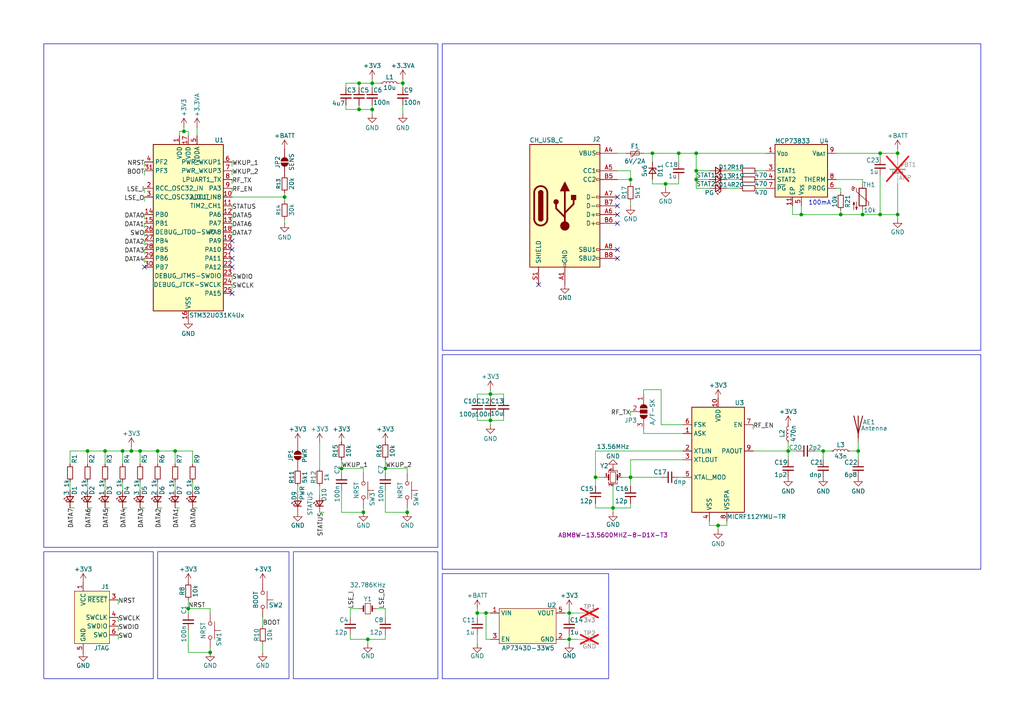
<source format=kicad_sch>
(kicad_sch (version 20250114) (generator "eeschema") (generator_version "9.0")
  (paper "A4")
  (rectangle (start 85.09 160.02) (end 127 196.85))
  (rectangle (start 128.27 166.37) (end 176.53 196.85))
  (rectangle (start 45.72 160.02) (end 83.82 196.85))
  (rectangle (start 12.7 160.02) (end 44.45 196.85))
  (rectangle (start 128.27 102.87) (end 284.48 165.1))
  (rectangle (start 12.7 12.7) (end 127 158.75))
  (rectangle (start 128.27 12.7) (end 284.48 101.6))
  (text "100mA" (at 237.744 58.928 0) (effects (font (size 1.27 1.27))))
  (junction (at 45.72 130.81))
  (junction (at 248.92 130.81))
  (junction (at 182.88 52.07))
  (junction (at 25.4 130.81))
  (junction (at 232.41 62.23))
  (junction (at 250.19 62.23))
  (junction (at 208.28 152.4))
  (junction (at 30.48 130.81))
  (junction (at 172.72 138.43))
  (junction (at 140.97 177.8))
  (junction (at 260.35 44.45))
  (junction (at 201.93 52.07))
  (junction (at 104.14 31.75))
  (junction (at 193.04 53.34))
  (junction (at 50.8 130.81))
  (junction (at 38.1 130.81))
  (junction (at 142.24 121.92))
  (junction (at 99.06 135.89))
  (junction (at 105.41 148.59))
  (junction (at 228.6 130.81))
  (junction (at 177.8 147.32))
  (junction (at 60.96 189.23))
  (junction (at 107.95 31.75))
  (junction (at 260.35 62.23))
  (junction (at 104.14 24.13))
  (junction (at 196.85 44.45))
  (junction (at 53.34 38.1))
  (junction (at 189.23 44.45))
  (junction (at 201.93 44.45))
  (junction (at 165.1 177.8))
  (junction (at 165.1 185.42))
  (junction (at 35.56 130.81))
  (junction (at 243.84 62.23))
  (junction (at 142.24 114.3))
  (junction (at 255.27 62.23))
  (junction (at 182.88 138.43))
  (junction (at 54.61 176.53))
  (junction (at 82.55 57.15))
  (junction (at 106.68 185.42))
  (junction (at 40.64 130.81))
  (junction (at 238.76 130.81))
  (junction (at 255.27 44.45))
  (junction (at 111.76 135.89))
  (junction (at 138.43 177.8))
  (junction (at 116.84 24.13))
  (junction (at 107.95 24.13))
  (junction (at 201.93 49.53))
  (junction (at 118.11 148.59))
  (no_connect (at 179.07 72.39))
  (no_connect (at 156.21 82.55))
  (no_connect (at 67.31 85.09))
  (no_connect (at 67.31 77.47))
  (no_connect (at 179.07 57.15))
  (no_connect (at 67.31 72.39))
  (no_connect (at 67.31 69.85))
  (no_connect (at 179.07 74.93))
  (no_connect (at 179.07 59.69))
  (no_connect (at 179.07 62.23))
  (no_connect (at 41.91 77.47))
  (no_connect (at 67.31 74.93))
  (no_connect (at 179.07 64.77))
  (wire (pts (xy 107.95 24.13) (xy 110.49 24.13)))
  (wire (pts (xy 40.64 130.81) (xy 40.64 134.62)))
  (wire (pts (xy 46.99 147.32) (xy 45.72 147.32)))
  (wire (pts (xy 201.93 44.45) (xy 222.25 44.45)))
  (wire (pts (xy 54.61 176.53) (xy 54.61 177.8)))
  (wire (pts (xy 55.88 130.81) (xy 55.88 134.62)))
  (wire (pts (xy 60.96 176.53) (xy 60.96 177.8)))
  (wire (pts (xy 30.48 130.81) (xy 30.48 134.62)))
  (wire (pts (xy 163.83 177.8) (xy 165.1 177.8)))
  (wire (pts (xy 196.85 44.45) (xy 201.93 44.45)))
  (wire (pts (xy 34.29 182.88) (xy 34.29 181.61)))
  (wire (pts (xy 177.8 148.59) (xy 177.8 147.32)))
  (wire (pts (xy 111.76 135.89) (xy 111.76 137.16)))
  (wire (pts (xy 138.43 177.8) (xy 138.43 179.07)))
  (wire (pts (xy 104.14 30.48) (xy 104.14 31.75)))
  (wire (pts (xy 116.84 24.13) (xy 115.57 24.13)))
  (wire (pts (xy 41.91 68.58) (xy 41.91 67.31)))
  (wire (pts (xy 189.23 53.34) (xy 189.23 52.07)))
  (wire (pts (xy 208.28 152.4) (xy 210.82 152.4)))
  (wire (pts (xy 52.07 147.32) (xy 50.8 147.32)))
  (wire (pts (xy 111.76 148.59) (xy 118.11 148.59)))
  (wire (pts (xy 140.97 177.8) (xy 140.97 185.42)))
  (wire (pts (xy 40.64 139.7) (xy 40.64 142.24)))
  (wire (pts (xy 111.76 176.53) (xy 111.76 179.07)))
  (wire (pts (xy 218.44 130.81) (xy 228.6 130.81)))
  (wire (pts (xy 146.05 120.65) (xy 146.05 121.92)))
  (wire (pts (xy 107.95 22.86) (xy 107.95 24.13)))
  (wire (pts (xy 50.8 139.7) (xy 50.8 142.24)))
  (wire (pts (xy 172.72 146.05) (xy 172.72 147.32)))
  (wire (pts (xy 106.68 185.42) (xy 111.76 185.42)))
  (wire (pts (xy 242.57 44.45) (xy 255.27 44.45)))
  (wire (pts (xy 116.84 33.02) (xy 116.84 30.48)))
  (wire (pts (xy 196.85 138.43) (xy 198.12 138.43)))
  (wire (pts (xy 38.1 129.54) (xy 38.1 130.81)))
  (wire (pts (xy 140.97 177.8) (xy 138.43 177.8)))
  (wire (pts (xy 76.2 186.69) (xy 76.2 189.23)))
  (wire (pts (xy 25.4 130.81) (xy 30.48 130.81)))
  (wire (pts (xy 67.31 81.28) (xy 67.31 80.01)))
  (wire (pts (xy 208.28 152.4) (xy 208.28 153.67)))
  (wire (pts (xy 111.76 135.89) (xy 118.11 135.89)))
  (wire (pts (xy 142.24 114.3) (xy 142.24 115.57)))
  (wire (pts (xy 246.38 130.81) (xy 248.92 130.81)))
  (wire (pts (xy 242.57 54.61) (xy 243.84 54.61)))
  (wire (pts (xy 107.95 31.75) (xy 104.14 31.75)))
  (wire (pts (xy 82.55 55.88) (xy 82.55 57.15)))
  (wire (pts (xy 41.91 55.88) (xy 41.91 54.61)))
  (wire (pts (xy 182.88 133.35) (xy 198.12 133.35)))
  (wire (pts (xy 172.72 140.97) (xy 172.72 138.43)))
  (wire (pts (xy 67.31 60.96) (xy 67.31 59.69)))
  (wire (pts (xy 186.69 124.46) (xy 186.69 125.73)))
  (wire (pts (xy 167.64 185.42) (xy 165.1 185.42)))
  (wire (pts (xy 177.8 140.97) (xy 177.8 147.32)))
  (wire (pts (xy 142.24 177.8) (xy 140.97 177.8)))
  (wire (pts (xy 182.88 138.43) (xy 182.88 140.97)))
  (wire (pts (xy 35.56 130.81) (xy 38.1 130.81)))
  (wire (pts (xy 106.68 186.69) (xy 106.68 185.42)))
  (wire (pts (xy 67.31 83.82) (xy 67.31 82.55)))
  (wire (pts (xy 30.48 130.81) (xy 35.56 130.81)))
  (wire (pts (xy 116.84 22.86) (xy 116.84 24.13)))
  (wire (pts (xy 179.07 44.45) (xy 181.61 44.45)))
  (wire (pts (xy 20.32 130.81) (xy 25.4 130.81)))
  (wire (pts (xy 228.6 130.81) (xy 228.6 133.35)))
  (wire (pts (xy 20.32 139.7) (xy 20.32 142.24)))
  (wire (pts (xy 172.72 130.81) (xy 198.12 130.81)))
  (wire (pts (xy 52.07 38.1) (xy 52.07 39.37)))
  (wire (pts (xy 142.24 123.19) (xy 142.24 121.92)))
  (wire (pts (xy 38.1 130.81) (xy 40.64 130.81)))
  (wire (pts (xy 189.23 44.45) (xy 189.23 46.99)))
  (wire (pts (xy 219.71 52.07) (xy 222.25 52.07)))
  (wire (pts (xy 20.32 130.81) (xy 20.32 134.62)))
  (wire (pts (xy 210.82 49.53) (xy 214.63 49.53)))
  (wire (pts (xy 45.72 130.81) (xy 45.72 134.62)))
  (wire (pts (xy 255.27 44.45) (xy 255.27 45.72)))
  (wire (pts (xy 45.72 139.7) (xy 45.72 142.24)))
  (wire (pts (xy 260.35 44.45) (xy 260.35 45.72)))
  (wire (pts (xy 21.59 147.32) (xy 20.32 147.32)))
  (wire (pts (xy 34.29 185.42) (xy 34.29 184.15)))
  (wire (pts (xy 104.14 24.13) (xy 100.33 24.13)))
  (wire (pts (xy 210.82 54.61) (xy 214.63 54.61)))
  (wire (pts (xy 67.31 48.26) (xy 67.31 46.99)))
  (wire (pts (xy 92.71 128.27) (xy 92.71 135.89)))
  (wire (pts (xy 34.29 175.26) (xy 34.29 173.99)))
  (wire (pts (xy 189.23 53.34) (xy 193.04 53.34)))
  (wire (pts (xy 182.88 53.34) (xy 182.88 52.07)))
  (wire (pts (xy 40.64 130.81) (xy 45.72 130.81)))
  (wire (pts (xy 41.91 66.04) (xy 41.91 64.77)))
  (wire (pts (xy 138.43 121.92) (xy 142.24 121.92)))
  (wire (pts (xy 50.8 130.81) (xy 50.8 134.62)))
  (wire (pts (xy 172.72 147.32) (xy 177.8 147.32)))
  (wire (pts (xy 243.84 62.23) (xy 243.84 60.96)))
  (wire (pts (xy 146.05 114.3) (xy 146.05 115.57)))
  (wire (pts (xy 210.82 52.07) (xy 214.63 52.07)))
  (wire (pts (xy 55.88 139.7) (xy 55.88 142.24)))
  (wire (pts (xy 41.91 147.32) (xy 40.64 147.32)))
  (wire (pts (xy 41.91 71.12) (xy 41.91 69.85)))
  (wire (pts (xy 57.15 147.32) (xy 55.88 147.32)))
  (wire (pts (xy 186.69 125.73) (xy 198.12 125.73)))
  (wire (pts (xy 111.76 133.35) (xy 111.76 135.89)))
  (wire (pts (xy 180.34 138.43) (xy 182.88 138.43)))
  (wire (pts (xy 101.6 179.07) (xy 101.6 176.53)))
  (wire (pts (xy 41.91 63.5) (xy 41.91 62.23)))
  (wire (pts (xy 172.72 138.43) (xy 175.26 138.43)))
  (wire (pts (xy 255.27 44.45) (xy 260.35 44.45)))
  (wire (pts (xy 67.31 55.88) (xy 67.31 54.61)))
  (wire (pts (xy 250.19 60.96) (xy 250.19 62.23)))
  (wire (pts (xy 116.84 24.13) (xy 116.84 25.4)))
  (wire (pts (xy 196.85 53.34) (xy 196.85 52.07)))
  (wire (pts (xy 201.93 49.53) (xy 201.93 52.07)))
  (wire (pts (xy 218.44 124.46) (xy 218.44 123.19)))
  (wire (pts (xy 182.88 59.69) (xy 182.88 58.42)))
  (wire (pts (xy 191.77 113.03) (xy 191.77 123.19)))
  (wire (pts (xy 142.24 120.65) (xy 142.24 121.92)))
  (wire (pts (xy 93.98 148.59) (xy 92.71 148.59)))
  (wire (pts (xy 57.15 36.83) (xy 57.15 39.37)))
  (wire (pts (xy 250.19 52.07) (xy 250.19 53.34)))
  (wire (pts (xy 248.92 128.27) (xy 248.92 130.81)))
  (wire (pts (xy 54.61 176.53) (xy 60.96 176.53)))
  (wire (pts (xy 118.11 135.89) (xy 118.11 137.16)))
  (wire (pts (xy 236.22 130.81) (xy 238.76 130.81)))
  (wire (pts (xy 35.56 139.7) (xy 35.56 142.24)))
  (wire (pts (xy 138.43 114.3) (xy 138.43 115.57)))
  (wire (pts (xy 191.77 123.19) (xy 198.12 123.19)))
  (wire (pts (xy 138.43 184.15) (xy 138.43 186.69)))
  (wire (pts (xy 172.72 138.43) (xy 172.72 130.81)))
  (wire (pts (xy 30.48 139.7) (xy 30.48 142.24)))
  (wire (pts (xy 260.35 53.34) (xy 260.35 62.23)))
  (wire (pts (xy 140.97 185.42) (xy 142.24 185.42)))
  (wire (pts (xy 196.85 46.99) (xy 196.85 44.45)))
  (wire (pts (xy 100.33 30.48) (xy 100.33 31.75)))
  (wire (pts (xy 193.04 54.61) (xy 193.04 53.34)))
  (wire (pts (xy 67.31 50.8) (xy 67.31 49.53)))
  (wire (pts (xy 118.11 148.59) (xy 118.11 147.32)))
  (wire (pts (xy 111.76 148.59) (xy 111.76 142.24)))
  (wire (pts (xy 238.76 130.81) (xy 241.3 130.81)))
  (wire (pts (xy 67.31 57.15) (xy 82.55 57.15)))
  (wire (pts (xy 201.93 54.61) (xy 205.74 54.61)))
  (wire (pts (xy 201.93 52.07) (xy 201.93 54.61)))
  (wire (pts (xy 260.35 43.18) (xy 260.35 44.45)))
  (wire (pts (xy 138.43 114.3) (xy 142.24 114.3)))
  (wire (pts (xy 142.24 121.92) (xy 146.05 121.92)))
  (wire (pts (xy 228.6 130.81) (xy 231.14 130.81)))
  (wire (pts (xy 186.69 113.03) (xy 186.69 114.3)))
  (wire (pts (xy 36.83 147.32) (xy 35.56 147.32)))
  (wire (pts (xy 186.69 113.03) (xy 191.77 113.03)))
  (wire (pts (xy 107.95 33.02) (xy 107.95 31.75)))
  (wire (pts (xy 25.4 130.81) (xy 25.4 134.62)))
  (wire (pts (xy 182.88 138.43) (xy 191.77 138.43)))
  (wire (pts (xy 201.93 52.07) (xy 205.74 52.07)))
  (wire (pts (xy 138.43 121.92) (xy 138.43 120.65)))
  (wire (pts (xy 53.34 38.1) (xy 54.61 38.1)))
  (wire (pts (xy 210.82 152.4) (xy 210.82 151.13)))
  (wire (pts (xy 35.56 130.81) (xy 35.56 134.62)))
  (wire (pts (xy 167.64 177.8) (xy 165.1 177.8)))
  (wire (pts (xy 104.14 31.75) (xy 100.33 31.75)))
  (wire (pts (xy 138.43 176.53) (xy 138.43 177.8)))
  (wire (pts (xy 99.06 135.89) (xy 99.06 137.16)))
  (wire (pts (xy 229.87 62.23) (xy 232.41 62.23)))
  (wire (pts (xy 92.71 140.97) (xy 92.71 143.51)))
  (wire (pts (xy 142.24 113.03) (xy 142.24 114.3)))
  (wire (pts (xy 100.33 24.13) (xy 100.33 25.4)))
  (wire (pts (xy 41.91 73.66) (xy 41.91 72.39)))
  (wire (pts (xy 99.06 135.89) (xy 105.41 135.89)))
  (wire (pts (xy 189.23 44.45) (xy 196.85 44.45)))
  (wire (pts (xy 67.31 68.58) (xy 67.31 67.31)))
  (wire (pts (xy 182.88 120.65) (xy 182.88 119.38)))
  (wire (pts (xy 105.41 148.59) (xy 105.41 147.32)))
  (wire (pts (xy 260.35 62.23) (xy 255.27 62.23)))
  (wire (pts (xy 219.71 49.53) (xy 222.25 49.53)))
  (wire (pts (xy 99.06 133.35) (xy 99.06 135.89)))
  (wire (pts (xy 67.31 66.04) (xy 67.31 64.77)))
  (wire (pts (xy 255.27 50.8) (xy 255.27 62.23)))
  (wire (pts (xy 25.4 139.7) (xy 25.4 142.24)))
  (wire (pts (xy 248.92 130.81) (xy 248.92 133.35)))
  (wire (pts (xy 107.95 24.13) (xy 107.95 25.4)))
  (wire (pts (xy 26.67 147.32) (xy 25.4 147.32)))
  (wire (pts (xy 111.76 185.42) (xy 111.76 184.15)))
  (wire (pts (xy 104.14 24.13) (xy 104.14 25.4)))
  (wire (pts (xy 243.84 54.61) (xy 243.84 55.88)))
  (wire (pts (xy 54.61 38.1) (xy 54.61 39.37)))
  (wire (pts (xy 165.1 186.69) (xy 165.1 185.42)))
  (wire (pts (xy 67.31 53.34) (xy 67.31 52.07)))
  (wire (pts (xy 82.55 57.15) (xy 82.55 58.42)))
  (wire (pts (xy 99.06 148.59) (xy 105.41 148.59)))
  (wire (pts (xy 76.2 179.07) (xy 76.2 181.61)))
  (wire (pts (xy 186.69 44.45) (xy 189.23 44.45)))
  (wire (pts (xy 177.8 147.32) (xy 182.88 147.32)))
  (wire (pts (xy 53.34 38.1) (xy 53.34 36.83)))
  (wire (pts (xy 255.27 62.23) (xy 250.19 62.23)))
  (wire (pts (xy 54.61 173.99) (xy 54.61 176.53)))
  (wire (pts (xy 165.1 176.53) (xy 165.1 177.8)))
  (wire (pts (xy 205.74 151.13) (xy 205.74 152.4)))
  (wire (pts (xy 201.93 44.45) (xy 201.93 49.53)))
  (wire (pts (xy 50.8 130.81) (xy 55.88 130.81)))
  (wire (pts (xy 201.93 49.53) (xy 205.74 49.53)))
  (wire (pts (xy 228.6 128.27) (xy 228.6 130.81)))
  (wire (pts (xy 232.41 59.69) (xy 232.41 62.23)))
  (wire (pts (xy 105.41 135.89) (xy 105.41 137.16)))
  (wire (pts (xy 179.07 49.53) (xy 182.88 49.53)))
  (wire (pts (xy 31.75 147.32) (xy 30.48 147.32)))
  (wire (pts (xy 54.61 189.23) (xy 60.96 189.23)))
  (wire (pts (xy 99.06 148.59) (xy 99.06 142.24)))
  (wire (pts (xy 182.88 52.07) (xy 182.88 49.53)))
  (wire (pts (xy 182.88 147.32) (xy 182.88 146.05)))
  (wire (pts (xy 196.85 53.34) (xy 193.04 53.34)))
  (wire (pts (xy 109.22 176.53) (xy 111.76 176.53)))
  (wire (pts (xy 219.71 54.61) (xy 222.25 54.61)))
  (wire (pts (xy 41.91 50.8) (xy 41.91 49.53)))
  (wire (pts (xy 101.6 184.15) (xy 101.6 185.42)))
  (wire (pts (xy 107.95 31.75) (xy 107.95 30.48)))
  (wire (pts (xy 242.57 52.07) (xy 250.19 52.07)))
  (wire (pts (xy 60.96 189.23) (xy 60.96 187.96)))
  (wire (pts (xy 250.19 62.23) (xy 243.84 62.23)))
  (wire (pts (xy 41.91 58.42) (xy 41.91 57.15)))
  (wire (pts (xy 205.74 152.4) (xy 208.28 152.4)))
  (wire (pts (xy 86.36 140.97) (xy 86.36 143.51)))
  (wire (pts (xy 82.55 64.77) (xy 82.55 63.5)))
  (wire (pts (xy 101.6 176.53) (xy 104.14 176.53)))
  (wire (pts (xy 229.87 59.69) (xy 229.87 62.23)))
  (wire (pts (xy 52.07 38.1) (xy 53.34 38.1)))
  (wire (pts (xy 101.6 185.42) (xy 106.68 185.42)))
  (wire (pts (xy 41.91 48.26) (xy 41.91 46.99)))
  (wire (pts (xy 107.95 24.13) (xy 104.14 24.13)))
  (wire (pts (xy 45.72 130.81) (xy 50.8 130.81)))
  (wire (pts (xy 142.24 114.3) (xy 146.05 114.3)))
  (wire (pts (xy 41.91 76.2) (xy 41.91 74.93)))
  (wire (pts (xy 238.76 130.81) (xy 238.76 133.35)))
  (wire (pts (xy 165.1 184.15) (xy 165.1 185.42)))
  (wire (pts (xy 165.1 177.8) (xy 165.1 179.07)))
  (wire (pts (xy 182.88 138.43) (xy 182.88 133.35)))
  (wire (pts (xy 179.07 52.07) (xy 182.88 52.07)))
  (wire (pts (xy 165.1 185.42) (xy 163.83 185.42)))
  (wire (pts (xy 54.61 189.23) (xy 54.61 182.88)))
  (wire (pts (xy 67.31 63.5) (xy 67.31 62.23)))
  (wire (pts (xy 243.84 62.23) (xy 232.41 62.23)))
  (wire (pts (xy 34.29 180.34) (xy 34.29 179.07)))
  (wire (pts (xy 260.35 63.5) (xy 260.35 62.23)))
  (label "DATA3" (at 41.91 147.32 270))
  (label "RF_EN" (at 218.44 124.46 0))
  (label "BOOT" (at 41.91 50.8 180))
  (label "STATUS" (at 93.98 148.59 270))
  (label "SWDIO" (at 67.31 81.28 0))
  (label "RF_EN" (at 67.31 55.88 0))
  (label "DATA7" (at 21.59 147.32 270))
  (label "DATA0" (at 57.15 147.32 270))
  (label "DATA6" (at 67.31 66.04 0))
  (label "NRST" (at 34.29 175.26 0))
  (label "WKUP_2" (at 111.76 135.89 0))
  (label "WKUP_1" (at 99.06 135.89 0))
  (label "LSE_I" (at 102.87 176.53 90))
  (label "DATA7" (at 67.31 68.58 0))
  (label "STATUS" (at 67.31 60.96 0))
  (label "DATA3" (at 41.91 73.66 180))
  (label "RF_TX" (at 67.31 53.34 0))
  (label "DATA6" (at 26.67 147.32 270))
  (label "DATA4" (at 36.83 147.32 270))
  (label "LSE_O" (at 41.91 58.42 180))
  (label "DATA1" (at 41.91 66.04 180))
  (label "DATA1" (at 52.07 147.32 270))
  (label "SWCLK" (at 34.29 180.34 0))
  (label "SWO" (at 34.29 185.42 0))
  (label "DATA5" (at 31.75 147.32 270))
  (label "DATA2" (at 41.91 71.12 180))
  (label "LSE_O" (at 111.76 176.53 90))
  (label "LSE_I" (at 41.91 55.88 180))
  (label "NRST" (at 54.61 176.53 0))
  (label "DATA2" (at 46.99 147.32 270))
  (label "DATA0" (at 41.91 63.5 180))
  (label "SWCLK" (at 67.31 83.82 0))
  (label "DATA5" (at 67.31 63.5 0))
  (label "WKUP_1" (at 67.31 48.26 0))
  (label "WKUP_2" (at 67.31 50.8 0))
  (label "BOOT" (at 76.2 181.61 0))
  (label "NRST" (at 41.91 48.26 180))
  (label "SWO" (at 41.91 68.58 180))
  (label "DATA4" (at 41.91 76.2 180))
  (label "RF_TX" (at 182.88 120.65 180))
  (label "SWDIO" (at 34.29 182.88 0))
  (symbol (lib_id "Marijn:MICRF112YMU-TR") (at 208.28 133.35 0) (unit 1)
    (property "Reference" "U3" (at 213.106 116.84 0) (effects (justify left)))
    (property "Value" "MICRF112YMU-TR" (at 210.82 149.86 0) (effects (justify left)))
    (property "Footprint" "Package_DFN_QFN:DFN-10-1EP_2.6x2.6mm_P0.5mm_EP1.3x2.2mm" (effects (hide yes)))
    (property "Datasheet" "http://ww1.microchip.com/downloads/en/DeviceDoc/MICRF112.pdf" (effects (hide yes)))
    (property "Description" "ASK/FSK Transmitter, 1.8-3.6V, 300-450MHz, +10dBm, MSOP-10" (effects (hide yes)))
  )
  (symbol (lib_id "power:GND") (at 138.43 186.69 0) (unit 1)
    (property "Reference" "#PWR026" (effects (hide yes)))
    (property "Value" "GND" (at 138.43 190.246 0))
    (property "Description" "Power symbol creates a global label with name \"GND\" , ground" (effects (hide yes)))
  )
  (symbol (lib_id "Device:C_Small") (at 233.68 130.81 90) (unit 1)
    (property "Reference" "C20" (at 232.664 129.794 90) (effects (justify left)))
    (property "Value" "2p2" (at 238.252 129.794 90) (effects (justify left)))
    (property "Footprint" "Capacitor_SMD:C_0603_1608Metric" (effects (hide yes)))
    (property "Description" "Unpolarized capacitor, small symbol" (effects (hide yes)))
  )
  (symbol (lib_id "power:GND") (at 86.36 148.59 0) (unit 1)
    (property "Reference" "#PWR012" (effects (hide yes)))
    (property "Value" "GND" (at 86.36 152.4 0))
    (property "Description" "Power symbol creates a global label with name \"GND\" , ground" (effects (hide yes)))
  )
  (symbol (lib_id "power:GND") (at 260.35 63.5 0) (unit 1)
    (property "Reference" "#PWR043" (effects (hide yes)))
    (property "Value" "GND" (at 260.35 67.31 0))
    (property "Description" "Power symbol creates a global label with name \"GND\" , ground" (effects (hide yes)))
  )
  (symbol (lib_id "Device:R_Small") (at 50.8 137.16 180) (unit 1)
    (property "Reference" "R7" (at 52.07 133.096 90))
    (property "Value" "1k" (at 49.784 140.208 90))
    (property "Footprint" "Resistor_SMD:R_0603_1608Metric" (effects (hide yes)))
    (property "Description" "Resistor, small symbol" (effects (hide yes)))
  )
  (symbol (lib_id "power:GND") (at 106.68 186.69 0) (unit 1)
    (property "Reference" "#PWR018" (effects (hide yes)))
    (property "Value" "GND" (at 106.68 190.246 0))
    (property "Description" "Power symbol creates a global label with name \"GND\" , ground" (effects (hide yes)))
  )
  (symbol (lib_id "Device:C_Small") (at 182.88 143.51 180) (unit 1)
    (property "Reference" "C16" (at 182.372 141.732 0) (effects (justify left)))
    (property "Value" "12p" (at 182.118 145.288 0) (effects (justify left)))
    (property "Footprint" "Capacitor_SMD:C_0603_1608Metric" (effects (hide yes)))
    (property "Description" "Unpolarized capacitor, small symbol" (effects (hide yes)))
  )
  (symbol (lib_id "power:GND") (at 208.28 153.67 0) (unit 1)
    (property "Reference" "#PWR037" (effects (hide yes)))
    (property "Value" "GND" (at 208.28 157.734 0))
    (property "Description" "Power symbol creates a global label with name \"GND\" , ground" (effects (hide yes)))
  )
  (symbol (lib_id "Device:LED_Small") (at 20.32 144.78 90) (unit 1)
    (property "Reference" "D1" (at 21.59 142.24 0))
    (property "Value" "3" (at 19.304 143.002 0))
    (property "Footprint" "LED_SMD:LED_0603_1608Metric" (effects (hide yes)))
    (property "Description" "BLUE" (effects (hide yes)))
    (property "mouser" " 710-150060AS75000" (effects (hide yes)))
  )
  (symbol (lib_id "Device:R_Small") (at 20.32 137.16 180) (unit 1)
    (property "Reference" "R1" (at 21.59 133.096 90))
    (property "Value" "1k" (at 19.304 140.208 90))
    (property "Footprint" "Resistor_SMD:R_0603_1608Metric" (effects (hide yes)))
    (property "Description" "Resistor, small symbol" (effects (hide yes)))
  )
  (symbol (lib_id "Device:LED_Small") (at 208.28 52.07 180) (unit 1)
    (property "Reference" "D13" (at 210.312 51.054 0))
    (property "Value" "STAT2" (at 204.724 53.34 0))
    (property "Footprint" "LED_SMD:LED_0603_1608Metric" (effects (hide yes)))
    (property "Description" "AMBER" (effects (hide yes)))
    (property "mouser" " 710-150060AS75000" (effects (hide yes)))
  )
  (symbol (lib_id "Device:C_Small") (at 172.72 143.51 180) (unit 1)
    (property "Reference" "C15" (at 172.212 141.732 0) (effects (justify left)))
    (property "Value" "12p" (at 171.958 145.288 0) (effects (justify left)))
    (property "Footprint" "Capacitor_SMD:C_0603_1608Metric" (effects (hide yes)))
    (property "Description" "Unpolarized capacitor, small symbol" (effects (hide yes)))
  )
  (symbol (lib_id "power:GND") (at 116.84 33.02 0) (unit 1)
    (property "Reference" "#PWR023" (effects (hide yes)))
    (property "Value" "GND" (at 116.84 37.084 0))
    (property "Description" "Power symbol creates a global label with name \"GND\" , ground" (effects (hide yes)))
  )
  (symbol (lib_id "Device:R_Small") (at 182.88 55.88 0) (unit 1)
    (property "Reference" "R17" (at 181.102 55.88 90))
    (property "Value" "5k1" (at 184.912 55.88 90))
    (property "Footprint" "Resistor_SMD:R_0603_1608Metric" (effects (hide yes)))
    (property "Description" "Resistor, small symbol" (effects (hide yes)))
    (property "LCSC" "C23186" (effects (hide yes)))
    (property "mouser" " 791-WR06X4700FTL" (effects (hide yes)))
  )
  (symbol (lib_id "power:+3V3") (at 24.13 168.91 0) (unit 1)
    (property "Reference" "#PWR01" (effects (hide yes)))
    (property "Value" "+3V3" (at 24.13 165.1 0))
    (property "Description" "Power symbol creates a global label with name \"+3V3\"" (effects (hide yes)))
  )
  (symbol (lib_id "Device:LED_Small") (at 50.8 144.78 90) (unit 1)
    (property "Reference" "D7" (at 52.07 142.24 0))
    (property "Value" "1" (at 49.784 143.002 0))
    (property "Footprint" "LED_SMD:LED_0603_1608Metric" (effects (hide yes)))
    (property "Description" "BLUE" (effects (hide yes)))
    (property "mouser" " 710-150060AS75000" (effects (hide yes)))
  )
  (symbol (lib_id "power:GND") (at 24.13 189.23 0) (unit 1)
    (property "Reference" "#PWR02" (effects (hide yes)))
    (property "Value" "GND" (at 24.13 193.04 0))
    (property "Description" "Power symbol creates a global label with name \"GND\" , ground" (effects (hide yes)))
  )
  (symbol (lib_id "Device:R_Small") (at 111.76 130.81 180) (unit 1)
    (property "Reference" "R16" (at 109.982 130.81 90))
    (property "Value" "10k" (at 113.792 130.81 90))
    (property "Footprint" "Resistor_SMD:R_0603_1608Metric" (effects (hide yes)))
    (property "Description" "Resistor, small symbol" (effects (hide yes)))
  )
  (symbol (lib_id "Device:R_Small") (at 92.71 138.43 180) (unit 1)
    (property "Reference" "R12" (at 90.932 138.43 90))
    (property "Value" "1k" (at 94.742 138.43 90))
    (property "Footprint" "Resistor_SMD:R_0603_1608Metric" (effects (hide yes)))
    (property "Description" "Resistor, small symbol" (effects (hide yes)))
  )
  (symbol (lib_id "power:+3V3") (at 228.6 123.19 0) (mirror y) (unit 1)
    (property "Reference" "#PWR038" (effects (hide yes)))
    (property "Value" "+3V3" (at 228.6 119.38 0))
    (property "Description" "Power symbol creates a global label with name \"+3V3\"" (effects (hide yes)))
  )
  (symbol (lib_id "Device:R_Small") (at 243.84 58.42 180) (unit 1)
    (property "Reference" "R21" (at 245.872 58.42 90))
    (property "Value" "10k" (at 242.062 58.42 90))
    (property "Footprint" "Resistor_SMD:R_0603_1608Metric" (effects (hide yes)))
    (property "Description" "Resistor, small symbol" (effects (hide yes)))
    (property "LCSC" "C23186" (effects (hide yes)))
    (property "mouser" " 71-CRCW060310K0FKED" (effects (hide yes)))
  )
  (symbol (lib_id "Switch:SW_Push") (at 76.2 173.99 270) (unit 1)
    (property "Reference" "SW2" (at 80.01 175.514 90))
    (property "Value" "BOOT" (at 74.168 173.99 0))
    (property "Footprint" "Button_Switch_SMD:SW_SPST_PTS810" (effects (hide yes)))
    (property "Description" "Push button switch, generic, two pins" (effects (hide yes)))
    (property "LCSC" "C2681476" (effects (hide yes)))
  )
  (symbol (lib_id "Device:R_Small") (at 217.17 52.07 270) (unit 1)
    (property "Reference" "R19" (at 213.868 51.054 90))
    (property "Value" "470" (at 220.726 53.34 90))
    (property "Footprint" "Resistor_SMD:R_0603_1608Metric" (effects (hide yes)))
    (property "Description" "Resistor, small symbol" (effects (hide yes)))
    (property "LCSC" "C23186" (effects (hide yes)))
    (property "mouser" " 791-WR06X4700FTL" (effects (hide yes)))
  )
  (symbol (lib_id "power:+3V3") (at 53.34 36.83 0) (unit 1)
    (property "Reference" "#PWR04" (effects (hide yes)))
    (property "Value" "+3V3" (at 53.34 31.242 90))
    (property "Description" "Power symbol creates a global label with name \"+3V3\"" (effects (hide yes)))
  )
  (symbol (lib_id "Device:C_Small") (at 248.92 135.89 0) (unit 1)
    (property "Reference" "C22" (at 244.856 134.112 0) (effects (justify left)))
    (property "Value" "6p8" (at 244.856 137.668 0) (effects (justify left)))
    (property "Footprint" "Capacitor_SMD:C_0603_1608Metric" (effects (hide yes)))
    (property "Description" "Unpolarized capacitor, small symbol" (effects (hide yes)))
  )
  (symbol (lib_id "power:GND") (at 54.61 92.71 0) (unit 1)
    (property "Reference" "#PWR05" (effects (hide yes)))
    (property "Value" "GND" (at 54.61 96.774 0))
    (property "Description" "Power symbol creates a global label with name \"GND\" , ground" (effects (hide yes)))
  )
  (symbol (lib_id "Device:R_Small") (at 99.06 130.81 180) (unit 1)
    (property "Reference" "R15" (at 97.282 130.81 90))
    (property "Value" "10k" (at 101.092 130.81 90))
    (property "Footprint" "Resistor_SMD:R_0603_1608Metric" (effects (hide yes)))
    (property "Description" "Resistor, small symbol" (effects (hide yes)))
  )
  (symbol (lib_id "Device:Battery_Cell") (at 260.35 50.8 0) (unit 1) (dnp yes)
    (property "Reference" "BT1" (at 262.128 47.752 0) (effects (justify left)))
    (property "Value" "APP" (at 260.604 51.562 0) (effects (justify left)))
    (property "Footprint" "Connector_PinHeader_2.54mm:PinHeader_1x02_P2.54mm_Vertical" (effects (hide yes)))
    (property "Description" "Single-cell battery" (effects (hide yes)))
  )
  (symbol (lib_id "Device:LED_Small") (at 25.4 144.78 90) (unit 1)
    (property "Reference" "D2" (at 26.67 142.24 0))
    (property "Value" "2" (at 24.384 143.002 0))
    (property "Footprint" "LED_SMD:LED_0603_1608Metric" (effects (hide yes)))
    (property "Description" "BLUE" (effects (hide yes)))
    (property "mouser" " 710-150060AS75000" (effects (hide yes)))
  )
  (symbol (lib_id "power:+3V3") (at 54.61 168.91 0) (mirror y) (unit 1)
    (property "Reference" "#PWR06" (effects (hide yes)))
    (property "Value" "+3V3" (at 54.61 165.1 0))
    (property "Description" "Power symbol creates a global label with name \"+3V3\"" (effects (hide yes)))
  )
  (symbol (lib_id "power:GND") (at 238.76 138.43 0) (unit 1)
    (property "Reference" "#PWR040" (effects (hide yes)))
    (property "Value" "GND" (at 238.76 142.494 0))
    (property "Description" "Power symbol creates a global label with name \"GND\" , ground" (effects (hide yes)))
  )
  (symbol (lib_id "Device:L_Small") (at 113.03 24.13 90) (unit 1)
    (property "Reference" "L1" (at 113.03 22.352 90))
    (property "Value" "10u" (at 113.03 25.4 90))
    (property "Footprint" "Inductor_SMD:L_0805_2012Metric" (effects (hide yes)))
    (property "Description" "Inductor, small symbol" (effects (hide yes)))
  )
  (symbol (lib_id "power:+3V3") (at 38.1 129.54 0) (mirror y) (unit 1)
    (property "Reference" "#PWR03" (effects (hide yes)))
    (property "Value" "+3V3" (at 38.1 125.73 0))
    (property "Description" "Power symbol creates a global label with name \"+3V3\"" (effects (hide yes)))
  )
  (symbol (lib_id "Device:C_Small") (at 54.61 180.34 180) (unit 1)
    (property "Reference" "C1" (at 53.34 175.514 90) (effects (justify left)))
    (property "Value" "100n" (at 53.34 181.356 90) (effects (justify left)))
    (property "Footprint" "Capacitor_SMD:C_0603_1608Metric" (effects (hide yes)))
    (property "Description" "Unpolarized capacitor, small symbol" (effects (hide yes)))
  )
  (symbol (lib_id "Jumper:SolderJumper_2_Open") (at 86.36 132.08 90) (unit 1) (in_bom no)
    (property "Reference" "JP1" (at 84.328 130.302 0) (effects (justify right)))
    (property "Value" "PWR" (at 88.392 130.048 0) (effects (justify right)))
    (property "Footprint" "Jumper:SolderJumper-2_P1.3mm_Open_TrianglePad1.0x1.5mm" (effects (hide yes)))
    (property "Description" "Solder Jumper, 2-pole, open" (effects (hide yes)))
  )
  (symbol (lib_id "Device:Polyfuse_Small") (at 184.15 44.45 90) (unit 1)
    (property "Reference" "F1" (at 184.15 42.418 90))
    (property "Value" "6V/2A" (at 184.15 46.736 90))
    (property "Footprint" "Fuse:Fuse_1206_3216Metric" (effects (hide yes)))
    (property "Description" "Resettable fuse, polymeric positive temperature coefficient, small symbol" (effects (hide yes)))
    (property "mouser" "504-PTS18126V260" (effects (hide yes)))
  )
  (symbol (lib_id "Jumper:SolderJumper_2_Open") (at 82.55 46.99 90) (unit 1) (in_bom no)
    (property "Reference" "JP2" (at 80.518 45.212 0) (effects (justify right)))
    (property "Value" "SENS" (at 84.582 44.45 0) (effects (justify right)))
    (property "Footprint" "Jumper:SolderJumper-2_P1.3mm_Open_TrianglePad1.0x1.5mm" (effects (hide yes)))
    (property "Description" "Solder Jumper, 2-pole, open" (effects (hide yes)))
  )
  (symbol (lib_id "Device:C_Small") (at 238.76 135.89 0) (unit 1)
    (property "Reference" "C21" (at 234.95 134.112 0) (effects (justify left)))
    (property "Value" "dnp" (at 234.696 137.668 0) (effects (justify left)))
    (property "Footprint" "Capacitor_SMD:C_0603_1608Metric" (effects (hide yes)))
    (property "Description" "Unpolarized capacitor, small symbol" (effects (hide yes)))
  )
  (symbol (lib_id "Device:C_Small") (at 101.6 181.61 180) (unit 1)
    (property "Reference" "C4" (at 101.092 179.832 0) (effects (justify left)))
    (property "Value" "12p" (at 100.838 183.388 0) (effects (justify left)))
    (property "Footprint" "Capacitor_SMD:C_0603_1608Metric" (effects (hide yes)))
    (property "Description" "Unpolarized capacitor, small symbol" (effects (hide yes)))
  )
  (symbol (lib_id "power:GND") (at 165.1 186.69 0) (unit 1)
    (property "Reference" "#PWR031" (effects (hide yes)))
    (property "Value" "GND" (at 165.1 190.246 0))
    (property "Description" "Power symbol creates a global label with name \"GND\" , ground" (effects (hide yes)))
  )
  (symbol (lib_id "Device:R_Small") (at 35.56 137.16 180) (unit 1)
    (property "Reference" "R4" (at 36.83 133.096 90))
    (property "Value" "1k" (at 34.544 140.208 90))
    (property "Footprint" "Resistor_SMD:R_0603_1608Metric" (effects (hide yes)))
    (property "Description" "Resistor, small symbol" (effects (hide yes)))
  )
  (symbol (lib_id "Device:R_Small") (at 40.64 137.16 180) (unit 1)
    (property "Reference" "R5" (at 41.91 133.096 90))
    (property "Value" "1k" (at 39.624 140.208 90))
    (property "Footprint" "Resistor_SMD:R_0603_1608Metric" (effects (hide yes)))
    (property "Description" "Resistor, small symbol" (effects (hide yes)))
  )
  (symbol (lib_id "MCU_ST_STM32U0:STM32U031K4Ux") (at 54.61 67.31 0) (unit 1)
    (property "Reference" "U1" (at 62.23 40.64 0) (effects (justify left)))
    (property "Value" "STM32U031K4Ux" (at 54.864 91.44 0) (effects (justify left)))
    (property "Footprint" "Package_DFN_QFN:QFN-32-1EP_5x5mm_P0.5mm_EP3.45x3.45mm" (effects (hide yes)))
    (property "Datasheet" "https://www.st.com/resource/en/datasheet/stm32u031k4.pdf" (effects (hide yes)))
    (property "Description" "STMicroelectronics Arm Cortex-M0+ MCU, 16KB flash, 12KB RAM, 27 GPIO, UFQFPN32" (effects (hide yes)))
    (pin "2" (alternate "RCC_OSC32_IN"))
    (pin "24" (alternate "DEBUG_JTCK-SWCLK"))
    (pin "10" (alternate "ADC1_IN8"))
    (pin "26" (alternate "DEBUG_JTDO-SWO"))
    (pin "6" (alternate "PWR_WKUP1"))
    (pin "11" (alternate "TIM2_CH1"))
    (pin "23" (alternate "DEBUG_JTMS-SWDIO"))
    (pin "8" (alternate "LPUART1_TX"))
    (pin "7" (alternate "PWR_WKUP3"))
    (pin "3" (alternate "RCC_OSC32_OUT"))
  )
  (symbol (lib_id "Device:C_Small") (at 228.6 135.89 0) (unit 1)
    (property "Reference" "C19" (at 224.536 134.112 0) (effects (justify left)))
    (property "Value" "1p2" (at 224.536 137.668 0) (effects (justify left)))
    (property "Footprint" "Capacitor_SMD:C_0603_1608Metric" (effects (hide yes)))
    (property "Description" "Unpolarized capacitor, small symbol" (effects (hide yes)))
  )
  (symbol (lib_id "Device:C_Small") (at 100.33 27.94 0) (unit 1)
    (property "Reference" "C3" (at 100.584 26.162 0) (effects (justify left)))
    (property "Value" "4u7" (at 96.266 29.972 0) (effects (justify left)))
    (property "Footprint" "Capacitor_SMD:C_0603_1608Metric" (effects (hide yes)))
    (property "Description" "Unpolarized capacitor, small symbol" (effects (hide yes)))
  )
  (symbol (lib_id "Device:R_Small") (at 45.72 137.16 180) (unit 1)
    (property "Reference" "R6" (at 46.99 133.096 90))
    (property "Value" "1k" (at 44.704 140.208 90))
    (property "Footprint" "Resistor_SMD:R_0603_1608Metric" (effects (hide yes)))
    (property "Description" "Resistor, small symbol" (effects (hide yes)))
  )
  (symbol (lib_id "power:+3V3") (at 142.24 113.03 0) (mirror y) (unit 1)
    (property "Reference" "#PWR027" (effects (hide yes)))
    (property "Value" "+3V3" (at 142.24 109.22 0))
    (property "Description" "Power symbol creates a global label with name \"+3V3\"" (effects (hide yes)))
  )
  (symbol (lib_id "Device:R_Small") (at 86.36 138.43 180) (unit 1)
    (property "Reference" "R11" (at 84.582 138.43 90))
    (property "Value" "5k1" (at 88.392 138.43 90))
    (property "Footprint" "Resistor_SMD:R_0603_1608Metric" (effects (hide yes)))
    (property "Description" "Resistor, small symbol" (effects (hide yes)))
  )
  (symbol (lib_id "power:+3.3VA") (at 116.84 22.86 0) (unit 1)
    (property "Reference" "#PWR022" (effects (hide yes)))
    (property "Value" "+3.3VA" (at 116.84 19.05 0))
    (property "Description" "Power symbol creates a global label with name \"+3.3VA\"" (effects (hide yes)))
  )
  (symbol (lib_id "power:GND") (at 163.83 82.55 0) (unit 1)
    (property "Reference" "#PWR029" (effects (hide yes)))
    (property "Value" "GND" (at 163.83 86.36 0))
    (property "Description" "Power symbol creates a global label with name \"GND\" , ground" (effects (hide yes)))
  )
  (symbol (lib_id "power:GND") (at 248.92 138.43 0) (unit 1)
    (property "Reference" "#PWR041" (effects (hide yes)))
    (property "Value" "GND" (at 248.92 142.494 0))
    (property "Description" "Power symbol creates a global label with name \"GND\" , ground" (effects (hide yes)))
  )
  (symbol (lib_id "Device:LED_Small") (at 55.88 144.78 90) (unit 1)
    (property "Reference" "D8" (at 57.15 142.24 0))
    (property "Value" "0" (at 54.864 143.002 0))
    (property "Footprint" "LED_SMD:LED_0603_1608Metric" (effects (hide yes)))
    (property "Description" "BLUE" (effects (hide yes)))
    (property "mouser" " 710-150060AS75000" (effects (hide yes)))
  )
  (symbol (lib_id "power:GND") (at 60.96 189.23 0) (unit 1)
    (property "Reference" "#PWR08" (effects (hide yes)))
    (property "Value" "GND" (at 60.96 193.04 0))
    (property "Description" "Power symbol creates a global label with name \"GND\" , ground" (effects (hide yes)))
  )
  (symbol (lib_name "R_Small_2") (lib_id "Device:R_Small") (at 82.55 53.34 0) (unit 1)
    (property "Reference" "R13" (at 80.772 54.864 90) (effects (font (size 1.016 1.016)) (justify left)))
    (property "Value" "20k" (at 84.582 55.118 90) (effects (justify left)))
    (property "Footprint" "Resistor_SMD:R_0603_1608Metric" (effects (hide yes)))
    (property "Description" "Resistor, small symbol" (effects (hide yes)))
  )
  (symbol (lib_id "Device:C_Small") (at 138.43 181.61 180) (unit 1)
    (property "Reference" "C11" (at 137.922 179.832 0) (effects (justify left)))
    (property "Value" "1u" (at 137.668 183.388 0) (effects (justify left)))
    (property "Footprint" "Capacitor_SMD:C_0603_1608Metric" (effects (hide yes)))
    (property "Description" "Unpolarized capacitor, small symbol" (effects (hide yes)))
  )
  (symbol (lib_id "power:+3V3") (at 165.1 176.53 0) (mirror y) (unit 1)
    (property "Reference" "#PWR030" (effects (hide yes)))
    (property "Value" "+3V3" (at 165.1 172.72 0))
    (property "Description" "Power symbol creates a global label with name \"+3V3\"" (effects (hide yes)))
  )
  (symbol (lib_id "Connector:TestPoint") (at 167.64 177.8 270) (unit 1) (dnp yes)
    (property "Reference" "TP1" (at 169.164 176.022 90) (effects (justify left)))
    (property "Value" "3v3" (at 169.164 179.832 90) (effects (justify left)))
    (property "Footprint" "TestPoint:TestPoint_Pad_D1.5mm" (effects (hide yes)))
    (property "Description" "test point" (effects (hide yes)))
  )
  (symbol (lib_id "Jumper:SolderJumper_3_Open") (at 186.69 119.38 270) (unit 1) (in_bom no)
    (property "Reference" "JP3" (at 181.102 121.92 90) (effects (justify left)))
    (property "Value" "A/F-SK" (at 189.23 115.57 0) (effects (justify left)))
    (property "Footprint" "Jumper:SolderJumper-3_P2.0mm_Open_TrianglePad1.0x1.5mm_NumberLabels" (effects (hide yes)))
    (property "Description" "Solder Jumper, 3-pole, open" (effects (hide yes)))
  )
  (symbol (lib_id "power:GND") (at 177.8 135.89 180) (unit 1)
    (property "Reference" "#PWR032" (effects (hide yes)))
    (property "Value" "GND" (at 177.8 132.334 0))
    (property "Description" "Power symbol creates a global label with name \"GND\" , ground" (effects (hide yes)))
  )
  (symbol (lib_id "Device:C_Small") (at 111.76 139.7 180) (unit 1)
    (property "Reference" "C7" (at 110.49 134.874 90) (effects (justify left)))
    (property "Value" "100n" (at 110.49 140.716 90) (effects (justify left)))
    (property "Footprint" "Capacitor_SMD:C_0603_1608Metric" (effects (hide yes)))
    (property "Description" "Unpolarized capacitor, small symbol" (effects (hide yes)))
  )
  (symbol (lib_id "power:+BATT") (at 82.55 43.18 0) (unit 1)
    (property "Reference" "#PWR014" (effects (hide yes)))
    (property "Value" "+BATT" (at 82.55 39.37 0))
    (property "Description" "Power symbol creates a global label with name \"+BATT\"" (effects (hide yes)))
  )
  (symbol (lib_id "Device:R_Small") (at 217.17 49.53 270) (unit 1)
    (property "Reference" "R18" (at 213.868 48.514 90))
    (property "Value" "470" (at 220.726 50.8 90))
    (property "Footprint" "Resistor_SMD:R_0603_1608Metric" (effects (hide yes)))
    (property "Description" "Resistor, small symbol" (effects (hide yes)))
    (property "LCSC" "C23186" (effects (hide yes)))
    (property "mouser" " 791-WR06X4700FTL" (effects (hide yes)))
  )
  (symbol (lib_id "Marijn:AP7343D-33W5") (at 161.29 176.53 0) (unit 1)
    (property "Reference" "U2" (at 160.02 175.514 0))
    (property "Value" "AP7343D-33W5" (at 153.162 187.96 0))
    (property "Footprint" "Marijn:SOT-25" (effects (hide yes)))
    (property "Datasheet" "https://stm32-base.org/assets/pdf/regulators/AP7343.pdf" (effects (hide yes)))
    (property "Description" "5v -> 3v3" (effects (hide yes)))
  )
  (symbol (lib_id "power:GND") (at 193.04 54.61 0) (unit 1)
    (property "Reference" "#PWR035" (effects (hide yes)))
    (property "Value" "GND" (at 193.04 58.42 0))
    (property "Description" "Power symbol creates a global label with name \"GND\" , ground" (effects (hide yes)))
  )
  (symbol (lib_id "Battery_Management:MCP73833-xxx-MF") (at 232.41 49.53 0) (unit 1)
    (property "Reference" "U4" (at 239.014 40.894 0))
    (property "Value" "MCP73833" (at 229.87 40.894 0))
    (property "Footprint" "Package_DFN_QFN:DFN-10-1EP_3x3mm_P0.5mm_EP1.58x2.35mm" (effects (hide yes)))
    (property "Datasheet" "https://ww1.microchip.com/downloads/aemDocuments/documents/OTH/ProductDocuments/DataSheets/22005b.pdf" (effects (hide yes)))
    (property "Description" "Stand-Alone Linear Li-Ion / Li-Polymer Charge Management Controller, DFN-10" (effects (hide yes)))
    (property "mouser" " 579-MCP73833T-AMI/MF" (effects (hide yes)))
  )
  (symbol (lib_id "Device:L_Small") (at 243.84 130.81 90) (unit 1)
    (property "Reference" "L3" (at 243.84 129.032 90))
    (property "Value" "43n" (at 243.84 132.334 90))
    (property "Footprint" "Inductor_SMD:L_0805_2012Metric" (effects (hide yes)))
    (property "Description" "Inductor, small symbol" (effects (hide yes)))
  )
  (symbol (lib_id "Device:Crystal_GND24_Small") (at 177.8 138.43 0) (unit 1)
    (property "Reference" "Y2" (at 175.26 135.128 0))
    (property "Value" "13.56MHz" (at 177.8 129.54 0))
    (property "Footprint" "Crystal:Crystal_SMD_3225-4Pin_3.2x2.5mm" (effects (hide yes)))
    (property "Description" "ABM8W-13.5600MHZ-8-D1X-T3" (at 177.8 155.194 0))
  )
  (symbol (lib_id "Device:LED_Small") (at 40.64 144.78 90) (unit 1)
    (property "Reference" "D5" (at 41.91 142.24 0))
    (property "Value" "3" (at 39.624 143.002 0))
    (property "Footprint" "LED_SMD:LED_0603_1608Metric" (effects (hide yes)))
    (property "Description" "BLUE" (effects (hide yes)))
    (property "mouser" " 710-150060AS75000" (effects (hide yes)))
  )
  (symbol (lib_id "Device:R_Small") (at 30.48 137.16 180) (unit 1)
    (property "Reference" "R3" (at 31.75 133.096 90))
    (property "Value" "1k" (at 29.464 140.208 90))
    (property "Footprint" "Resistor_SMD:R_0603_1608Metric" (effects (hide yes)))
    (property "Description" "Resistor, small symbol" (effects (hide yes)))
  )
  (symbol (lib_id "power:GND") (at 107.95 33.02 0) (unit 1)
    (property "Reference" "#PWR020" (effects (hide yes)))
    (property "Value" "GND" (at 107.95 37.084 0))
    (property "Description" "Power symbol creates a global label with name \"GND\" , ground" (effects (hide yes)))
  )
  (symbol (lib_id "power:GND") (at 228.6 138.43 0) (unit 1)
    (property "Reference" "#PWR039" (effects (hide yes)))
    (property "Value" "GND" (at 228.6 142.494 0))
    (property "Description" "Power symbol creates a global label with name \"GND\" , ground" (effects (hide yes)))
  )
  (symbol (lib_id "Device:C_Small") (at 146.05 118.11 0) (unit 1)
    (property "Reference" "C13" (at 142.24 116.332 0) (effects (justify left)))
    (property "Value" "10u" (at 142.24 119.888 0) (effects (justify left)))
    (property "Footprint" "Capacitor_SMD:C_0603_1608Metric" (effects (hide yes)))
    (property "Description" "Unpolarized capacitor, small symbol" (effects (hide yes)))
  )
  (symbol (lib_id "Device:C_Small") (at 104.14 27.94 0) (unit 1)
    (property "Reference" "C5" (at 104.394 26.162 0) (effects (justify left)))
    (property "Value" "100n" (effects (hide yes)))
    (property "Footprint" "Capacitor_SMD:C_0603_1608Metric" (effects (hide yes)))
    (property "Description" "Unpolarized capacitor, small symbol" (effects (hide yes)))
  )
  (symbol (lib_id "power:+BATT") (at 260.35 43.18 0) (unit 1)
    (property "Reference" "#PWR042" (effects (hide yes)))
    (property "Value" "+BATT" (at 260.35 39.37 0))
    (property "Description" "Power symbol creates a global label with name \"+BATT\"" (effects (hide yes)))
  )
  (symbol (lib_id "Device:R_Small") (at 25.4 137.16 180) (unit 1)
    (property "Reference" "R2" (at 26.67 133.096 90))
    (property "Value" "1k" (at 24.384 140.208 90))
    (property "Footprint" "Resistor_SMD:R_0603_1608Metric" (effects (hide yes)))
    (property "Description" "Resistor, small symbol" (effects (hide yes)))
  )
  (symbol (lib_id "Device:Thermistor_NTC") (at 250.19 57.15 0) (unit 1)
    (property "Reference" "TH1" (at 250.19 53.594 0) (effects (justify left)))
    (property "Value" "10k" (at 250.444 60.96 0) (effects (justify left)))
    (property "Footprint" "Resistor_SMD:R_0603_1608Metric" (effects (hide yes)))
    (property "Description" "Temperature dependent resistor, negative temperature coefficient" (effects (hide yes)))
    (property "mouser" " 667-ERT-J1VR103J" (effects (hide yes)))
  )
  (symbol (lib_id "Device:L_Small") (at 228.6 125.73 180) (unit 1)
    (property "Reference" "L2" (at 226.822 125.73 90))
    (property "Value" "470n" (at 230.124 125.73 90))
    (property "Footprint" "Inductor_SMD:L_0805_2012Metric" (effects (hide yes)))
    (property "Description" "Inductor, small symbol" (effects (hide yes)))
  )
  (symbol (lib_id "Connector:TestPoint") (at 167.64 185.42 270) (unit 1) (dnp yes)
    (property "Reference" "TP2" (at 169.164 183.642 90) (effects (justify left)))
    (property "Value" "GND" (at 168.91 187.452 90) (effects (justify left)))
    (property "Footprint" "TestPoint:TestPoint_Pad_D1.5mm" (effects (hide yes)))
    (property "Description" "test point" (effects (hide yes)))
  )
  (symbol (lib_id "Device:C_Small") (at 107.95 27.94 0) (unit 1)
    (property "Reference" "C6" (at 108.204 26.162 0) (effects (justify left)))
    (property "Value" "100n" (at 108.204 29.718 0) (effects (justify left)))
    (property "Footprint" "Capacitor_SMD:C_0603_1608Metric" (effects (hide yes)))
    (property "Description" "Unpolarized capacitor, small symbol" (effects (hide yes)))
  )
  (symbol (lib_id "power:+BATT") (at 138.43 176.53 0) (unit 1)
    (property "Reference" "#PWR025" (effects (hide yes)))
    (property "Value" "+BATT" (at 138.43 172.72 0))
    (property "Description" "Power symbol creates a global label with name \"+BATT\"" (effects (hide yes)))
  )
  (symbol (lib_id "Switch:SW_Push") (at 60.96 182.88 270) (unit 1)
    (property "Reference" "SW1" (at 63.5 185.42 0))
    (property "Value" "NRST" (at 58.928 182.88 0))
    (property "Footprint" "Button_Switch_SMD:SW_SPST_PTS810" (effects (hide yes)))
    (property "Description" "Push button switch, generic, two pins" (effects (hide yes)))
    (property "LCSC" "C2681476" (effects (hide yes)))
  )
  (symbol (lib_id "Device:LED_Small") (at 92.71 146.05 90) (unit 1)
    (property "Reference" "D10" (at 93.98 143.51 0))
    (property "Value" "STATUS" (at 89.916 146.05 0))
    (property "Footprint" "LED_SMD:LED_0603_1608Metric" (effects (hide yes)))
    (property "Description" "BLUE" (effects (hide yes)))
    (property "mouser" " 710-150060AS75000" (effects (hide yes)))
  )
  (symbol (lib_id "power:+3V3") (at 107.95 22.86 0) (unit 1)
    (property "Reference" "#PWR019" (effects (hide yes)))
    (property "Value" "+3V3" (at 107.95 19.05 0))
    (property "Description" "Power symbol creates a global label with name \"+3V3\"" (effects (hide yes)))
  )
  (symbol (lib_id "power:+3V3") (at 76.2 168.91 0) (mirror y) (unit 1)
    (property "Reference" "#PWR09" (effects (hide yes)))
    (property "Value" "+3V3" (at 76.2 165.1 0))
    (property "Description" "Power symbol creates a global label with name \"+3V3\"" (effects (hide yes)))
  )
  (symbol (lib_id "Device:C_Small") (at 165.1 181.61 180) (unit 1)
    (property "Reference" "C14" (at 169.164 179.832 0) (effects (justify left)))
    (property "Value" "1u" (at 167.894 183.388 0) (effects (justify left)))
    (property "Footprint" "Capacitor_SMD:C_0603_1608Metric" (effects (hide yes)))
    (property "Description" "Unpolarized capacitor, small symbol" (effects (hide yes)))
  )
  (symbol (lib_id "Device:C_Small") (at 194.31 138.43 270) (unit 1)
    (property "Reference" "C17" (at 189.484 136.906 90) (effects (justify left)))
    (property "Value" "dnp" (at 195.326 139.7 90) (effects (justify left)))
    (property "Footprint" "Capacitor_SMD:C_0603_1608Metric" (effects (hide yes)))
    (property "Description" "Unpolarized capacitor, small symbol" (effects (hide yes)))
  )
  (symbol (lib_id "power:+3V3") (at 208.28 115.57 0) (mirror y) (unit 1)
    (property "Reference" "#PWR036" (effects (hide yes)))
    (property "Value" "+3V3" (at 208.28 111.76 0))
    (property "Description" "Power symbol creates a global label with name \"+3V3\"" (effects (hide yes)))
  )
  (symbol (lib_id "power:GND") (at 118.11 148.59 0) (unit 1)
    (property "Reference" "#PWR024" (effects (hide yes)))
    (property "Value" "GND" (at 118.11 152.4 0))
    (property "Description" "Power symbol creates a global label with name \"GND\" , ground" (effects (hide yes)))
  )
  (symbol (lib_id "Device:R_Small") (at 217.17 54.61 270) (unit 1)
    (property "Reference" "R20" (at 213.868 53.594 90))
    (property "Value" "470" (at 220.726 55.88 90))
    (property "Footprint" "Resistor_SMD:R_0603_1608Metric" (effects (hide yes)))
    (property "Description" "Resistor, small symbol" (effects (hide yes)))
    (property "LCSC" "C23186" (effects (hide yes)))
    (property "mouser" " 791-WR06X4700FTL" (effects (hide yes)))
  )
  (symbol (lib_id "Device:LED_Small") (at 208.28 49.53 180) (unit 1)
    (property "Reference" "D12" (at 210.312 48.514 0))
    (property "Value" "STAT1" (at 204.724 50.8 0))
    (property "Footprint" "LED_SMD:LED_0603_1608Metric" (effects (hide yes)))
    (property "Description" "AMBER" (effects (hide yes)))
    (property "mouser" " 710-150060AS75000" (effects (hide yes)))
  )
  (symbol (lib_id "Device:D_Zener_Small") (at 189.23 49.53 270) (unit 1)
    (property "Reference" "D11" (at 191.516 47.498 0) (effects (justify left)))
    (property "Value" "5v6" (at 186.944 47.752 0) (effects (justify left)))
    (property "Footprint" "Diode_SMD:D_SOD-123" (effects (hide yes)))
    (property "Description" "Zener diode, small symbol" (effects (hide yes)))
    (property "mouser" " 78-BZT52C5V6-E3-08" (effects (hide yes)))
  )
  (symbol (lib_id "power:GND") (at 177.8 148.59 0) (unit 1)
    (property "Reference" "#PWR033" (effects (hide yes)))
    (property "Value" "GND" (at 177.8 152.146 0))
    (property "Description" "Power symbol creates a global label with name \"GND\" , ground" (effects (hide yes)))
  )
  (symbol (lib_name "R_Small_2") (lib_id "Device:R_Small") (at 82.55 60.96 0) (unit 1)
    (property "Reference" "R14" (at 80.772 62.484 90) (effects (font (size 1.016 1.016)) (justify left)))
    (property "Value" "30k" (at 84.582 62.738 90) (effects (justify left)))
    (property "Footprint" "Resistor_SMD:R_0603_1608Metric" (effects (hide yes)))
    (property "Description" "Resistor, small symbol" (effects (hide yes)))
  )
  (symbol (lib_id "power:+3V3") (at 111.76 128.27 0) (mirror y) (unit 1)
    (property "Reference" "#PWR021" (effects (hide yes)))
    (property "Value" "+3V3" (at 111.76 124.46 0))
    (property "Description" "Power symbol creates a global label with name \"+3V3\"" (effects (hide yes)))
  )
  (symbol (lib_id "Device:R_Small") (at 55.88 137.16 180) (unit 1)
    (property "Reference" "R9" (at 57.15 133.096 90))
    (property "Value" "1k" (at 54.864 140.208 90))
    (property "Footprint" "Resistor_SMD:R_0603_1608Metric" (effects (hide yes)))
    (property "Description" "Resistor, small symbol" (effects (hide yes)))
  )
  (symbol (lib_id "power:+3V3") (at 92.71 128.27 0) (mirror y) (unit 1)
    (property "Reference" "#PWR013" (effects (hide yes)))
    (property "Value" "+3V3" (at 92.71 124.46 0))
    (property "Description" "Power symbol creates a global label with name \"+3V3\"" (effects (hide yes)))
  )
  (symbol (lib_id "Device:C_Small") (at 196.85 49.53 0) (unit 1)
    (property "Reference" "C18" (at 192.786 47.752 0) (effects (justify left)))
    (property "Value" "1u" (at 193.802 51.054 0) (effects (justify left)))
    (property "Footprint" "Capacitor_SMD:C_0603_1608Metric" (effects (hide yes)))
    (property "Description" "Unpolarized capacitor, small symbol" (effects (hide yes)))
    (property "mouser" " 963-MLAST168SB7105KT" (effects (hide yes)))
  )
  (symbol (lib_id "Switch:SW_Push") (at 118.11 142.24 270) (unit 1)
    (property "Reference" "SW4" (at 120.65 144.78 0))
    (property "Value" "NRST" (at 116.078 142.24 0))
    (property "Footprint" "Button_Switch_SMD:SW_SPST_PTS810" (effects (hide yes)))
    (property "Description" "Push button switch, generic, two pins" (effects (hide yes)))
    (property "LCSC" "C2681476" (effects (hide yes)))
  )
  (symbol (lib_id "Connector:Conn_ARM_SWD_TagConnect_TC2030") (at 26.67 179.07 0) (unit 1) (in_bom no)
    (property "Reference" "J1" (at 31.75 170.18 0) (effects (justify right)))
    (property "Value" "JTAG" (at 31.75 187.96 0) (effects (justify right)))
    (property "Footprint" "Connector:Tag-Connect_TC2030-IDC-FP_2x03_P1.27mm_Vertical" (effects (hide yes)))
    (property "Datasheet" "https://www.tag-connect.com/wp-content/uploads/bsk-pdf-manager/TC2030-CTX_1.pdf" (effects (hide yes)))
    (property "Description" "Tag-Connect ARM Cortex SWD JTAG connector, 6 pin" (effects (hide yes)))
  )
  (symbol (lib_id "Device:LED_Small") (at 45.72 144.78 90) (unit 1)
    (property "Reference" "D6" (at 46.99 142.24 0))
    (property "Value" "2" (at 44.704 143.002 0))
    (property "Footprint" "LED_SMD:LED_0603_1608Metric" (effects (hide yes)))
    (property "Description" "BLUE" (effects (hide yes)))
    (property "mouser" " 710-150060AS75000" (effects (hide yes)))
  )
  (symbol (lib_id "Device:LED_Small") (at 86.36 146.05 90) (unit 1)
    (property "Reference" "D9" (at 85.344 143.764 0))
    (property "Value" "PWR" (at 87.63 143.002 0))
    (property "Footprint" "LED_SMD:LED_0603_1608Metric" (effects (hide yes)))
    (property "Description" "RED" (effects (hide yes)))
    (property "mouser" " 710-150060AS75000" (effects (hide yes)))
  )
  (symbol (lib_id "power:+3V3") (at 86.36 128.27 0) (mirror y) (unit 1)
    (property "Reference" "#PWR011" (effects (hide yes)))
    (property "Value" "+3V3" (at 86.36 124.46 0))
    (property "Description" "Power symbol creates a global label with name \"+3V3\"" (effects (hide yes)))
  )
  (symbol (lib_id "Device:C_Small") (at 138.43 118.11 0) (unit 1)
    (property "Reference" "C10" (at 134.366 116.332 0) (effects (justify left)))
    (property "Value" "100p" (at 133.096 120.142 0) (effects (justify left)))
    (property "Footprint" "Capacitor_SMD:C_0603_1608Metric" (effects (hide yes)))
    (property "Description" "Unpolarized capacitor, small symbol" (effects (hide yes)))
  )
  (symbol (lib_id "Device:R_Small") (at 54.61 171.45 180) (unit 1)
    (property "Reference" "R8" (at 52.832 171.45 90))
    (property "Value" "10k" (at 56.642 171.45 90))
    (property "Footprint" "Resistor_SMD:R_0603_1608Metric" (effects (hide yes)))
    (property "Description" "Resistor, small symbol" (effects (hide yes)))
  )
  (symbol (lib_id "power:GND") (at 142.24 123.19 0) (unit 1)
    (property "Reference" "#PWR028" (effects (hide yes)))
    (property "Value" "GND" (at 142.24 127.254 0))
    (property "Description" "Power symbol creates a global label with name \"GND\" , ground" (effects (hide yes)))
  )
  (symbol (lib_id "Device:Crystal_Small") (at 106.68 176.53 0) (unit 1)
    (property "Reference" "Y1" (at 106.68 173.736 0))
    (property "Value" "32.786KHz" (at 106.68 169.672 0))
    (property "Footprint" "Crystal:Crystal_SMD_3215-2Pin_3.2x1.5mm" (effects (hide yes)))
    (property "Description" "Two pin crystal, small symbol" (effects (hide yes)))
  )
  (symbol (lib_id "Device:LED_Small") (at 35.56 144.78 90) (unit 1)
    (property "Reference" "D4" (at 36.83 142.24 0))
    (property "Value" "0" (at 34.544 143.002 0))
    (property "Footprint" "LED_SMD:LED_0603_1608Metric" (effects (hide yes)))
    (property "Description" "BLUE" (effects (hide yes)))
    (property "mouser" " 710-150060AS75000" (effects (hide yes)))
  )
  (symbol (lib_id "power:+3V3") (at 99.06 128.27 0) (mirror y) (unit 1)
    (property "Reference" "#PWR016" (effects (hide yes)))
    (property "Value" "+3V3" (at 99.06 124.46 0))
    (property "Description" "Power symbol creates a global label with name \"+3V3\"" (effects (hide yes)))
  )
  (symbol (lib_id "power:+3.3VA") (at 57.15 36.83 0) (unit 1)
    (property "Reference" "#PWR07" (effects (hide yes)))
    (property "Value" "+3.3VA" (at 57.15 30.48 90))
    (property "Description" "Power symbol creates a global label with name \"+3.3VA\"" (effects (hide yes)))
  )
  (symbol (lib_id "Device:Antenna") (at 248.92 123.19 0) (unit 1)
    (property "Reference" "AE1" (at 250.19 122.428 0) (effects (justify left)))
    (property "Value" "Antenna" (at 249.682 124.206 0) (effects (justify left)))
    (property "Footprint" "TestPoint:TestPoint_THTPad_D1.0mm_Drill0.5mm" (effects (hide yes)))
    (property "Description" "Antenna" (effects (hide yes)))
  )
  (symbol (lib_id "Device:C_Small") (at 111.76 181.61 180) (unit 1)
    (property "Reference" "C8" (at 111.252 179.832 0) (effects (justify left)))
    (property "Value" "12p" (at 110.998 183.388 0) (effects (justify left)))
    (property "Footprint" "Capacitor_SMD:C_0603_1608Metric" (effects (hide yes)))
    (property "Description" "Unpolarized capacitor, small symbol" (effects (hide yes)))
  )
  (symbol (lib_id "power:GND") (at 105.41 148.59 0) (unit 1)
    (property "Reference" "#PWR017" (effects (hide yes)))
    (property "Value" "GND" (at 105.41 152.4 0))
    (property "Description" "Power symbol creates a global label with name \"GND\" , ground" (effects (hide yes)))
  )
  (symbol (lib_id "Device:LED_Small") (at 208.28 54.61 180) (unit 1)
    (property "Reference" "D14" (at 210.312 53.594 0))
    (property "Value" "PG" (at 205.74 55.88 0))
    (property "Footprint" "LED_SMD:LED_0603_1608Metric" (effects (hide yes)))
    (property "Description" "RED" (effects (hide yes)))
    (property "mouser" " 710-150060RS75000" (effects (hide yes)))
  )
  (symbol (lib_id "Connector:USB_C_Receptacle_USB2.0_16P") (at 163.83 59.69 0) (unit 1)
    (property "Reference" "J2" (at 172.974 40.386 0))
    (property "Value" "CH_USB_C" (at 158.496 40.64 0))
    (property "Footprint" "Connector_USB:USB_C_Receptacle_HCTL_HC-TYPE-C-16P-01A" (effects (hide yes)))
    (property "Datasheet" "https://www.usb.org/sites/default/files/documents/usb_type-c.zip" (effects (hide yes)))
    (property "Description" "USB 2.0-only 16P Type-C Receptacle connector" (effects (hide yes)))
  )
  (symbol (lib_id "Device:C_Small") (at 116.84 27.94 0) (unit 1)
    (property "Reference" "C9" (at 117.094 26.162 0) (effects (justify left)))
    (property "Value" "100n" (at 117.094 29.718 0) (effects (justify left)))
    (property "Footprint" "Capacitor_SMD:C_0603_1608Metric" (effects (hide yes)))
    (property "Description" "Unpolarized capacitor, small symbol" (effects (hide yes)))
  )
  (symbol (lib_id "Device:R_Small") (at 76.2 184.15 180) (unit 1)
    (property "Reference" "R10" (at 74.422 184.15 90))
    (property "Value" "10k" (at 78.232 184.15 90))
    (property "Footprint" "Resistor_SMD:R_0603_1608Metric" (effects (hide yes)))
    (property "Description" "Resistor, small symbol" (effects (hide yes)))
  )
  (symbol (lib_id "power:GND") (at 82.55 64.77 0) (unit 1)
    (property "Reference" "#PWR015" (effects (hide yes)))
    (property "Value" "GND" (at 82.55 68.834 0))
    (property "Description" "Power symbol creates a global label with name \"GND\" , ground" (effects (hide yes)))
  )
  (symbol (lib_id "Device:C_Small") (at 255.27 48.26 0) (unit 1)
    (property "Reference" "C23" (at 251.206 46.482 0) (effects (justify left)))
    (property "Value" "1u" (at 252.222 49.784 0) (effects (justify left)))
    (property "Footprint" "Capacitor_SMD:C_0603_1608Metric" (effects (hide yes)))
    (property "Description" "Unpolarized capacitor, small symbol" (effects (hide yes)))
    (property "mouser" " 963-MLAST168SB7105KT" (effects (hide yes)))
  )
  (symbol (lib_id "power:GND") (at 182.88 59.69 0) (unit 1)
    (property "Reference" "#PWR034" (effects (hide yes)))
    (property "Value" "GND" (at 182.88 63.5 0))
    (property "Description" "Power symbol creates a global label with name \"GND\" , ground" (effects (hide yes)))
  )
  (symbol (lib_id "Switch:SW_Push") (at 105.41 142.24 270) (unit 1)
    (property "Reference" "SW3" (at 107.95 144.78 0))
    (property "Value" "NRST" (at 103.378 142.24 0))
    (property "Footprint" "Button_Switch_SMD:SW_SPST_PTS810" (effects (hide yes)))
    (property "Description" "Push button switch, generic, two pins" (effects (hide yes)))
    (property "LCSC" "C2681476" (effects (hide yes)))
  )
  (symbol (lib_id "Device:LED_Small") (at 30.48 144.78 90) (unit 1)
    (property "Reference" "D3" (at 31.75 142.24 0))
    (property "Value" "1" (at 29.464 143.002 0))
    (property "Footprint" "LED_SMD:LED_0603_1608Metric" (effects (hide yes)))
    (property "Description" "BLUE" (effects (hide yes)))
    (property "mouser" " 710-150060AS75000" (effects (hide yes)))
  )
  (symbol (lib_id "power:GND") (at 76.2 189.23 0) (unit 1)
    (property "Reference" "#PWR010" (effects (hide yes)))
    (property "Value" "GND" (at 76.2 193.04 0))
    (property "Description" "Power symbol creates a global label with name \"GND\" , ground" (effects (hide yes)))
  )
  (symbol (lib_id "Device:C_Small") (at 99.06 139.7 180) (unit 1)
    (property "Reference" "C2" (at 97.79 134.874 90) (effects (justify left)))
    (property "Value" "100n" (at 97.79 140.716 90) (effects (justify left)))
    (property "Footprint" "Capacitor_SMD:C_0603_1608Metric" (effects (hide yes)))
    (property "Description" "Unpolarized capacitor, small symbol" (effects (hide yes)))
  )
  (symbol (lib_id "Device:C_Small") (at 142.24 118.11 0) (unit 1)
    (property "Reference" "C12" (at 138.176 116.332 0) (effects (justify left)))
    (property "Value" "100n" (at 137.668 120.142 0) (effects (justify left)))
    (property "Footprint" "Capacitor_SMD:C_0603_1608Metric" (effects (hide yes)))
    (property "Description" "Unpolarized capacitor, small symbol" (effects (hide yes)))
  )
)
</source>
